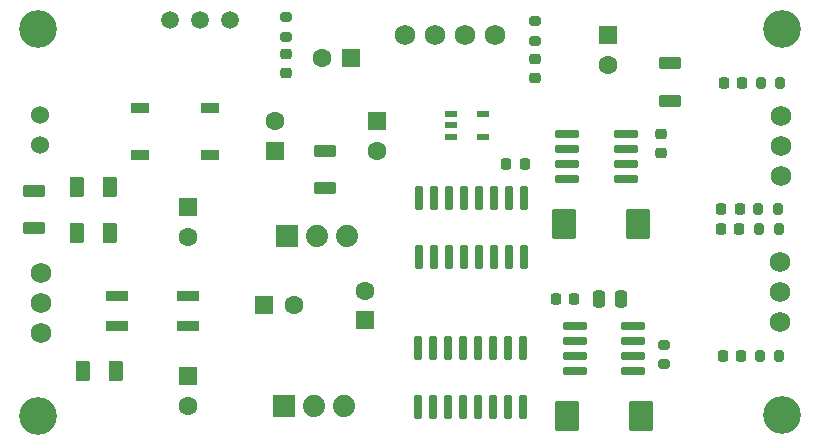
<source format=gbr>
%TF.GenerationSoftware,KiCad,Pcbnew,(6.0.9)*%
%TF.CreationDate,2022-12-07T15:32:04-05:00*%
%TF.ProjectId,CurrentSense_PS,43757272-656e-4745-9365-6e73655f5053,rev?*%
%TF.SameCoordinates,Original*%
%TF.FileFunction,Soldermask,Top*%
%TF.FilePolarity,Negative*%
%FSLAX46Y46*%
G04 Gerber Fmt 4.6, Leading zero omitted, Abs format (unit mm)*
G04 Created by KiCad (PCBNEW (6.0.9)) date 2022-12-07 15:32:04*
%MOMM*%
%LPD*%
G01*
G04 APERTURE LIST*
G04 Aperture macros list*
%AMRoundRect*
0 Rectangle with rounded corners*
0 $1 Rounding radius*
0 $2 $3 $4 $5 $6 $7 $8 $9 X,Y pos of 4 corners*
0 Add a 4 corners polygon primitive as box body*
4,1,4,$2,$3,$4,$5,$6,$7,$8,$9,$2,$3,0*
0 Add four circle primitives for the rounded corners*
1,1,$1+$1,$2,$3*
1,1,$1+$1,$4,$5*
1,1,$1+$1,$6,$7*
1,1,$1+$1,$8,$9*
0 Add four rect primitives between the rounded corners*
20,1,$1+$1,$2,$3,$4,$5,0*
20,1,$1+$1,$4,$5,$6,$7,0*
20,1,$1+$1,$6,$7,$8,$9,0*
20,1,$1+$1,$8,$9,$2,$3,0*%
G04 Aperture macros list end*
%ADD10C,3.200000*%
%ADD11R,1.600000X1.600000*%
%ADD12C,1.600000*%
%ADD13RoundRect,0.218750X-0.218750X-0.256250X0.218750X-0.256250X0.218750X0.256250X-0.218750X0.256250X0*%
%ADD14RoundRect,0.200000X-0.275000X0.200000X-0.275000X-0.200000X0.275000X-0.200000X0.275000X0.200000X0*%
%ADD15RoundRect,0.250000X-0.700000X0.275000X-0.700000X-0.275000X0.700000X-0.275000X0.700000X0.275000X0*%
%ADD16RoundRect,0.200000X0.200000X0.275000X-0.200000X0.275000X-0.200000X-0.275000X0.200000X-0.275000X0*%
%ADD17C,1.524000*%
%ADD18R,1.003300X0.508000*%
%ADD19C,1.727200*%
%ADD20RoundRect,0.250000X-0.787500X-1.025000X0.787500X-1.025000X0.787500X1.025000X-0.787500X1.025000X0*%
%ADD21RoundRect,0.250000X-0.375000X-0.625000X0.375000X-0.625000X0.375000X0.625000X-0.375000X0.625000X0*%
%ADD22RoundRect,0.200000X0.275000X-0.200000X0.275000X0.200000X-0.275000X0.200000X-0.275000X-0.200000X0*%
%ADD23RoundRect,0.250000X0.787500X1.025000X-0.787500X1.025000X-0.787500X-1.025000X0.787500X-1.025000X0*%
%ADD24RoundRect,0.218750X0.218750X0.256250X-0.218750X0.256250X-0.218750X-0.256250X0.218750X-0.256250X0*%
%ADD25RoundRect,0.250000X0.250000X0.475000X-0.250000X0.475000X-0.250000X-0.475000X0.250000X-0.475000X0*%
%ADD26RoundRect,0.218750X0.256250X-0.218750X0.256250X0.218750X-0.256250X0.218750X-0.256250X-0.218750X0*%
%ADD27RoundRect,0.042000X-0.943000X-0.258000X0.943000X-0.258000X0.943000X0.258000X-0.943000X0.258000X0*%
%ADD28RoundRect,0.225000X0.225000X0.250000X-0.225000X0.250000X-0.225000X-0.250000X0.225000X-0.250000X0*%
%ADD29RoundRect,0.048800X0.256200X-0.936200X0.256200X0.936200X-0.256200X0.936200X-0.256200X-0.936200X0*%
%ADD30R,1.850000X0.850000*%
%ADD31RoundRect,0.048800X-0.256200X0.936200X-0.256200X-0.936200X0.256200X-0.936200X0.256200X0.936200X0*%
%ADD32RoundRect,0.225000X0.250000X-0.225000X0.250000X0.225000X-0.250000X0.225000X-0.250000X-0.225000X0*%
%ADD33C,1.498600*%
%ADD34R,1.879600X1.879600*%
%ADD35C,1.879600*%
%ADD36R,1.550000X0.900000*%
G04 APERTURE END LIST*
D10*
%TO.C,H1*%
X61722000Y-64516000D03*
%TD*%
D11*
%TO.C,C4*%
X74422000Y-93853000D03*
D12*
X74422000Y-96353000D03*
%TD*%
D13*
%TO.C,D6*%
X119671500Y-92202000D03*
X121246500Y-92202000D03*
%TD*%
D14*
%TO.C,R3*%
X103759000Y-63818000D03*
X103759000Y-65468000D03*
%TD*%
D15*
%TO.C,L3*%
X61341000Y-78181000D03*
X61341000Y-81331000D03*
%TD*%
%TO.C,L1*%
X85979000Y-74803000D03*
X85979000Y-77953000D03*
%TD*%
D14*
%TO.C,R2*%
X82702400Y-63487800D03*
X82702400Y-65137800D03*
%TD*%
D16*
%TO.C,R5*%
X124523000Y-69088000D03*
X122873000Y-69088000D03*
%TD*%
D17*
%TO.C,J1*%
X61823600Y-74295000D03*
X61823600Y-71755000D03*
%TD*%
D18*
%TO.C,U1*%
X96691450Y-71693999D03*
X96691450Y-72644000D03*
X96691450Y-73594001D03*
X99396550Y-73594001D03*
X99396550Y-71693999D03*
%TD*%
D11*
%TO.C,C7*%
X80836888Y-87884000D03*
D12*
X83336888Y-87884000D03*
%TD*%
D19*
%TO.C,J3*%
X61925200Y-90220800D03*
X61925200Y-87680800D03*
X61925200Y-85140800D03*
%TD*%
%TO.C,J4*%
X124561600Y-71882000D03*
X124561600Y-74422000D03*
X124561600Y-76962000D03*
%TD*%
D16*
%TO.C,R4*%
X124332000Y-79756000D03*
X122682000Y-79756000D03*
%TD*%
D10*
%TO.C,H4*%
X124714000Y-64516000D03*
%TD*%
D20*
%TO.C,C13*%
X106234500Y-81026000D03*
X112459500Y-81026000D03*
%TD*%
D21*
%TO.C,F1*%
X65021000Y-77851000D03*
X67821000Y-77851000D03*
%TD*%
D11*
%TO.C,C3*%
X109982000Y-65024000D03*
D12*
X109982000Y-67524000D03*
%TD*%
D22*
%TO.C,R1*%
X114681000Y-92849200D03*
X114681000Y-91199200D03*
%TD*%
D23*
%TO.C,C10*%
X112713500Y-97282000D03*
X106488500Y-97282000D03*
%TD*%
D24*
%TO.C,D4*%
X121310500Y-69088000D03*
X119735500Y-69088000D03*
%TD*%
D25*
%TO.C,C8*%
X111059000Y-87376000D03*
X109159000Y-87376000D03*
%TD*%
D11*
%TO.C,C14*%
X88188800Y-66903600D03*
D12*
X85688800Y-66903600D03*
%TD*%
D11*
%TO.C,C5*%
X74422000Y-79566888D03*
D12*
X74422000Y-82066888D03*
%TD*%
D21*
%TO.C,F2*%
X65529000Y-93472000D03*
X68329000Y-93472000D03*
%TD*%
D26*
%TO.C,D1*%
X82702400Y-68199100D03*
X82702400Y-66624100D03*
%TD*%
D27*
%TO.C,U5*%
X106497000Y-73406000D03*
X106497000Y-74676000D03*
X106497000Y-75946000D03*
X106497000Y-77216000D03*
X111437000Y-77216000D03*
X111437000Y-75946000D03*
X111437000Y-74676000D03*
X111437000Y-73406000D03*
%TD*%
D28*
%TO.C,C9*%
X107074000Y-87376000D03*
X105524000Y-87376000D03*
%TD*%
D27*
%TO.C,U4*%
X107132000Y-89662000D03*
X107132000Y-90932000D03*
X107132000Y-92202000D03*
X107132000Y-93472000D03*
X112072000Y-93472000D03*
X112072000Y-92202000D03*
X112072000Y-90932000D03*
X112072000Y-89662000D03*
%TD*%
D10*
%TO.C,H3*%
X124714000Y-97155000D03*
%TD*%
D29*
%TO.C,DN2*%
X93980000Y-83750000D03*
X95250000Y-83750000D03*
X96520000Y-83750000D03*
X97790000Y-83750000D03*
X99060000Y-83750000D03*
X100330000Y-83750000D03*
X101600000Y-83750000D03*
X102870000Y-83750000D03*
X102870000Y-78810000D03*
X101600000Y-78810000D03*
X100330000Y-78810000D03*
X99060000Y-78810000D03*
X97790000Y-78810000D03*
X96520000Y-78810000D03*
X95250000Y-78810000D03*
X93980000Y-78810000D03*
%TD*%
D15*
%TO.C,L2*%
X115189000Y-67386000D03*
X115189000Y-70536000D03*
%TD*%
D11*
%TO.C,C2*%
X90424000Y-72303000D03*
D12*
X90424000Y-74803000D03*
%TD*%
D13*
%TO.C,D3*%
X119544500Y-79756000D03*
X121119500Y-79756000D03*
%TD*%
D30*
%TO.C,BR1*%
X74399000Y-89617112D03*
X74399000Y-87117112D03*
X68349000Y-87117112D03*
X68349000Y-89617112D03*
%TD*%
D24*
%TO.C,D5*%
X121056500Y-81407000D03*
X119481500Y-81407000D03*
%TD*%
D31*
%TO.C,DN1*%
X102743000Y-91510000D03*
X101473000Y-91510000D03*
X100203000Y-91510000D03*
X98933000Y-91510000D03*
X97663000Y-91510000D03*
X96393000Y-91510000D03*
X95123000Y-91510000D03*
X93853000Y-91510000D03*
X93853000Y-96450000D03*
X95123000Y-96450000D03*
X96393000Y-96450000D03*
X97663000Y-96450000D03*
X98933000Y-96450000D03*
X100203000Y-96450000D03*
X101473000Y-96450000D03*
X102743000Y-96450000D03*
%TD*%
D16*
%TO.C,R7*%
X124396000Y-81407000D03*
X122746000Y-81407000D03*
%TD*%
D32*
%TO.C,C11*%
X114427000Y-74943000D03*
X114427000Y-73393000D03*
%TD*%
D33*
%TO.C,J6*%
X72872600Y-63729700D03*
X75412600Y-63729700D03*
X77952600Y-63729700D03*
%TD*%
D19*
%TO.C,J5*%
X124511000Y-84201000D03*
X124511000Y-86741000D03*
X124511000Y-89281000D03*
%TD*%
D34*
%TO.C,U3*%
X82732600Y-82042000D03*
D35*
X85272600Y-82042000D03*
X87812600Y-82042000D03*
%TD*%
D28*
%TO.C,C12*%
X102883000Y-75946000D03*
X101333000Y-75946000D03*
%TD*%
D34*
%TO.C,U2*%
X82478600Y-96393000D03*
D35*
X85018600Y-96393000D03*
X87558600Y-96393000D03*
%TD*%
D10*
%TO.C,H2*%
X61722000Y-97282000D03*
%TD*%
D16*
%TO.C,R6*%
X124459000Y-92202000D03*
X122809000Y-92202000D03*
%TD*%
D11*
%TO.C,C6*%
X89408000Y-89154000D03*
D12*
X89408000Y-86654000D03*
%TD*%
D26*
%TO.C,D2*%
X103759000Y-68605500D03*
X103759000Y-67030500D03*
%TD*%
D21*
%TO.C,F3*%
X65021000Y-81788000D03*
X67821000Y-81788000D03*
%TD*%
D11*
%TO.C,C1*%
X81788000Y-74778112D03*
D12*
X81788000Y-72278112D03*
%TD*%
D19*
%TO.C,J2*%
X92760800Y-65024000D03*
X95300800Y-65024000D03*
X97840800Y-65024000D03*
X100380800Y-65024000D03*
%TD*%
D36*
%TO.C,IC1*%
X76254000Y-75152000D03*
X76254000Y-71152000D03*
X70304000Y-71152000D03*
X70304000Y-75152000D03*
%TD*%
M02*

</source>
